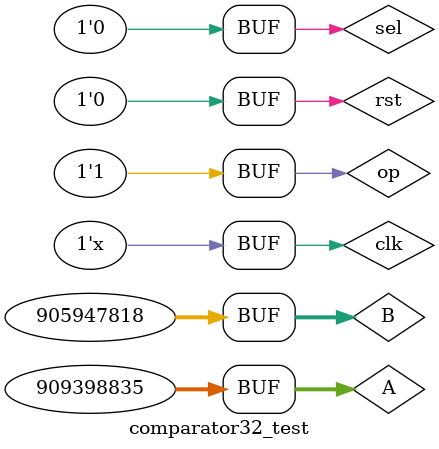
<source format=v>
`timescale 1ns / 1ps


module comparator32_test;

	// Inputs
	reg [31:0] A;
	reg [31:0] B;
	reg op;
	reg sel;
	reg rst;
	reg clk;

	// Outputs
	wire l;
	wire e;
	wire g;

	// Instantiate the Unit Under Test (UUT)
	Comparator32 uut (
		.A(A), 
		.B(B), 
		.op(op), 
		.sel(sel), 
		.rst(rst), 
		.l(l), 
		.e(e), 
		.g(g), 
		.clk(clk)
	);

	initial begin
		// Initialize Inputs
		A = 0;
		B = 0;
		op = 0;
		sel = 0;
		rst = 0;
		clk = 0;

		// Wait 100 ns for global reset to finish
		#100;
        
		// Add stimulus here
		
		//FIRST TEST : A< B Expected output l=1,e=0,g=0
		#2
		begin
		rst = 1'b1;   //first reset
		end
		#2
		begin
		rst = 1'b0;
		op = 1'b0;//set op to 0
		A = 32'h35ffaaaa;
		B = 32'h36345333;
		sel = 1'b1;//load to registers
		end
		#2
		begin
		sel = 1'b0;//start the operations
		end
		#64    op = 1'b1;//terminate after 32 clock cycles
		
		
		
		
		//SECOND TEST : A = B Expected output l=0,e=1,g=0 ,when op = 1
		#2
		begin
		op = 1'b0;
		end
		#2
		begin
		rst = 1'b1;   //first reset
		end
		#2
		begin
		rst = 1'b0;
		op = 1'b0;//set op to 0
		A = 32'h13314135;
		B = 32'h13314135;
		sel = 1'b1;//load to registers
		end
		#2
		begin
		sel = 1'b0;//start the operations
		end
		#64    op = 1'b1;//terminate after 32 clock cycles

		
		//THIRD TEST : A > B Expected output l=0,e=0,g=1 , when op = 1
		#2
		begin
		op = 1'b0;
		end
		#2
		begin
		rst = 1'b1;   //first reset		
		end
		#2
		begin
		rst = 1'b0;
		op = 1'b0;//set op to 0
		B = 32'h35ffaaaa;
		A = 32'h36345333;
		sel = 1'b1;//load to registers
		end
		#2
		begin
		sel = 1'b0;//start the operations
		end
		#64    op = 1'b1;//terminate after 32 clock cycles

		
		
	end
	always #1 clk = ~clk;//clock
	always @(op) $monitor("A: %d, B:%d, l:%b ,e:%b, g:%b, op:%b \n",A,B,l,e,g,op);

	
      
endmodule


</source>
